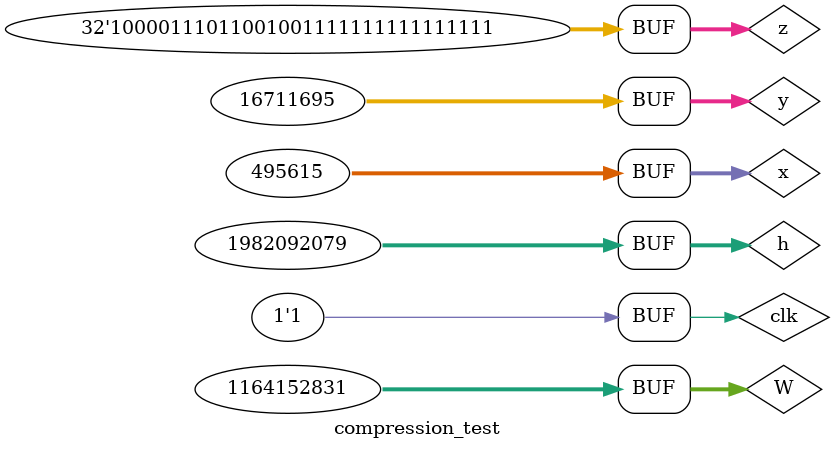
<source format=v>
`timescale 1ns / 1ps


module compression_test;

	// Inputs
	reg [31:0] x;
	reg [31:0] y;
	reg [31:0] z;
	reg [31:0] h;
	reg [31:0] W;
	reg clk;

	// Outputs
	wire [31:0] t1;
	wire [31:0] t2;
	wire [31:0] s1;
	wire [31:0] s0;
	wire [31:0] c;
	wire [31:0] m;
	wire [31:0] k;

	// Instantiate the Unit Under Test (UUT)
	compression uut (
		.t1(t1), 
		.t2(t2), 
		.s1(s1), 
		.s0(s0), 
		.c(c), 
		.m(m), 
		.x(x), 
		.y(y), 
		.z(z), 
		.h(h),  
		.W(W), 
		.clk(clk),
		.k(k)
	);

	initial begin
		// Initialize Inputs
			x = 32'h 0000ffff;
		y = 32'h 00ff000f;
		z = 32'h 8764ffff;
		h = 32'h 7624532f;
		W = 32'h 45638fff;
		clk = 0;
		#1;
		clk = 1;
		#1;
		clk = 0;
		#1;
		clk = 1;x = 32'h 000fffff;
		#1
		clk = 0;
		#1;
		clk = 1;
		#1;
		clk = 0;x = 32'h 00078fff;
		#1;
		clk = 1;
		#1
		clk = 0;
		#1;
		clk = 1;
		#1;
		clk = 0;
		#1;
		clk = 1;
		#1
		clk = 0;
		#1;
		clk = 1;
		#1;
		clk = 0;
		#1;
		clk = 1;
		#1
		clk = 0;
		#1;
		clk = 1;
		#1;
		clk = 0;
		#1;
		clk = 1;
		#1
		clk = 0;
		#1;
		clk = 1;
		#1;
		clk = 0;
		#1;
		clk = 1;
		#1
		clk = 0;
		#1;
		clk = 1;
		#1;
		clk = 0;
		#1;
		clk = 1;
		#1
		clk = 0;
		#1;
		clk = 1;
		#1;
		clk = 0;
		#1;
		clk = 1;
		#1
		clk = 0;
		#1;
		clk = 1;
		#1;
		clk = 0;
		#1;
		clk = 1;
		#1
		clk = 0;
		#1;
		clk = 1;
		#1;
		clk = 0;
		#1;
		clk = 1;

		// Wait 100 ns for global reset to finish
		#100;
        
		// Add stimulus here

	end
      
endmodule


</source>
